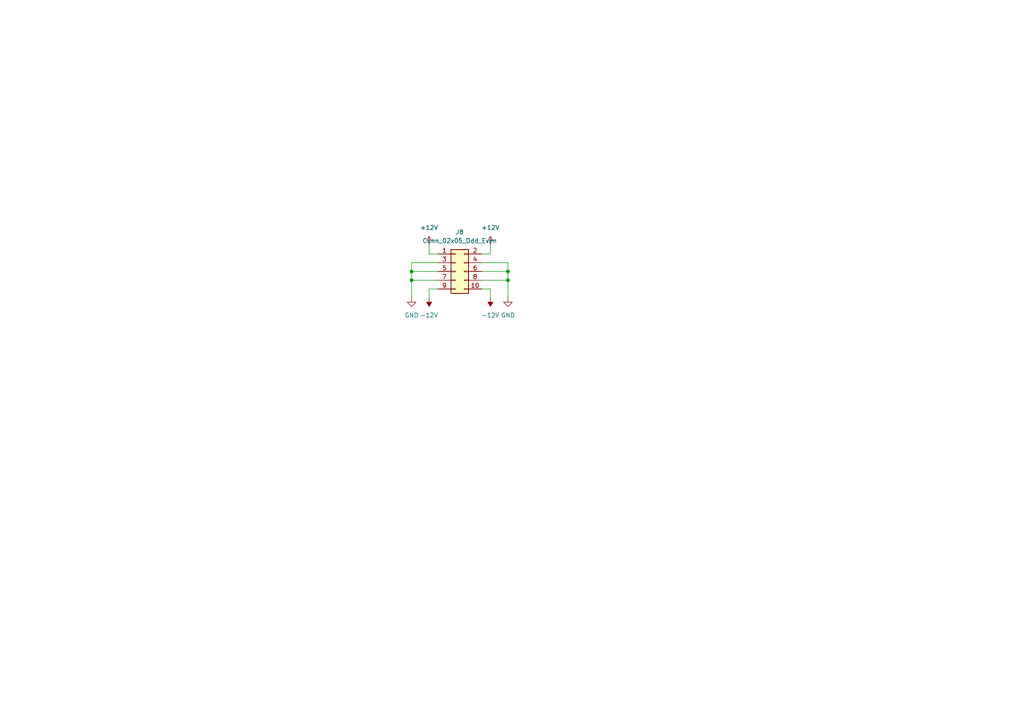
<source format=kicad_sch>
(kicad_sch (version 20230121) (generator eeschema)
  (paper "A4")
  (lib_symbols
    (symbol "Connector_Generic:Conn_02x05_Odd_Even" (pin_names (offset 1.016) hide)
      (property "Reference" "J" (at 1.27 7.62 0))
      (property "Value" "Conn_02x05_Odd_Even" (at 1.27 -7.62 0))
      (symbol "Conn_02x05_Odd_Even_1_1"
        (rectangle (start -1.27 -4.953) (end 0 -5.207) (stroke (width 0.1524)))
        (rectangle (start -1.27 -2.413) (end 0 -2.667) (stroke (width 0.1524)))
        (rectangle (start -1.27 0.127) (end 0 -0.127) (stroke (width 0.1524)))
        (rectangle (start -1.27 2.667) (end 0 2.413) (stroke (width 0.1524)))
        (rectangle (start -1.27 5.207) (end 0 4.953) (stroke (width 0.1524)))
        (rectangle (start -1.27 6.35) (end 3.81 -6.35) (stroke (width 0.254)) (fill (type background)))
        (rectangle (start 3.81 -4.953) (end 2.54 -5.207) (stroke (width 0.1524)))
        (rectangle (start 3.81 -2.413) (end 2.54 -2.667) (stroke (width 0.1524)))
        (rectangle (start 3.81 0.127) (end 2.54 -0.127) (stroke (width 0.1524)))
        (rectangle (start 3.81 2.667) (end 2.54 2.413) (stroke (width 0.1524)))
        (rectangle (start 3.81 5.207) (end 2.54 4.953) (stroke (width 0.1524)))
        (pin passive line (at -5.08 5.08 0) (length 3.81) (name "Pin_1") (number "1"))
        (pin passive line (at 7.62 -5.08 180) (length 3.81) (name "Pin_10") (number "10"))
        (pin passive line (at 7.62 5.08 180) (length 3.81) (name "Pin_2") (number "2"))
        (pin passive line (at -5.08 2.54 0) (length 3.81) (name "Pin_3") (number "3"))
        (pin passive line (at 7.62 2.54 180) (length 3.81) (name "Pin_4") (number "4"))
        (pin passive line (at -5.08 0 0) (length 3.81) (name "Pin_5") (number "5"))
        (pin passive line (at 7.62 0 180) (length 3.81) (name "Pin_6") (number "6"))
        (pin passive line (at -5.08 -2.54 0) (length 3.81) (name "Pin_7") (number "7"))
        (pin passive line (at 7.62 -2.54 180) (length 3.81) (name "Pin_8") (number "8"))
        (pin passive line (at -5.08 -5.08 0) (length 3.81) (name "Pin_9") (number "9"))
      )
    )
    (symbol "power:+12V" (power) (pin_names (offset 0))
      (property "Value" "+12V" (at 0 3.556 0))
      (symbol "+12V_0_1"
        (polyline (pts (xy -0.762 1.27) (xy 0 2.54)))
        (polyline (pts (xy 0 0) (xy 0 2.54)))
        (polyline (pts (xy 0 2.54) (xy 0.762 1.27)))
      )
      (symbol "+12V_1_1"
        (pin power_in line (at 0 0 90) (length 0) hide (name "+12V") (number "1"))
      )
    )
    (symbol "power:-12V" (power) (pin_names (offset 0))
      (property "Value" "-12V" (at 0 3.81 0))
      (symbol "-12V_0_0"
        (pin power_in line (at 0 0 90) (length 0) hide (name "-12V") (number "1"))
      )
      (symbol "-12V_0_1"
        (polyline (pts (xy 0 0) (xy 0 1.27) (xy 0.762 1.27) (xy 0 2.54) (xy -0.762 1.27) (xy 0 1.27)) (fill (type outline)))
      )
    )
    (symbol "power:GND" (power) (pin_names (offset 0))
      (property "Value" "GND" (at 0 -3.81 0))
      (symbol "GND_0_1"
        (polyline (pts (xy 0 0) (xy 0 -1.27) (xy 1.27 -1.27) (xy 0 -2.54) (xy -1.27 -1.27) (xy 0 -1.27)))
      )
      (symbol "GND_1_1"
        (pin power_in line (at 0 0 270) (length 0) hide (name "GND") (number "1"))
      )
    )
  )
  (junction (at 119.38 81.28))
  (junction (at 119.38 78.74))
  (junction (at 147.32 81.28))
  (junction (at 147.32 78.74))
  (wire (pts (xy 142.24 83.82) (xy 142.24 86.36)))
  (wire (pts (xy 127 73.66) (xy 124.46 73.66)))
  (wire (pts (xy 119.38 78.74) (xy 119.38 81.28)))
  (wire (pts (xy 119.38 81.28) (xy 127 81.28)))
  (wire (pts (xy 119.38 78.74) (xy 127 78.74)))
  (wire (pts (xy 139.7 83.82) (xy 142.24 83.82)))
  (wire (pts (xy 139.7 73.66) (xy 142.24 73.66)))
  (wire (pts (xy 119.38 76.2) (xy 119.38 78.74)))
  (wire (pts (xy 127 76.2) (xy 119.38 76.2)))
  (wire (pts (xy 124.46 83.82) (xy 124.46 86.36)))
  (wire (pts (xy 119.38 81.28) (xy 119.38 86.36)))
  (wire (pts (xy 124.46 83.82) (xy 127 83.82)))
  (wire (pts (xy 147.32 81.28) (xy 147.32 86.36)))
  (wire (pts (xy 147.32 76.2) (xy 147.32 78.74)))
  (wire (pts (xy 124.46 73.66) (xy 124.46 71.12)))
  (wire (pts (xy 147.32 78.74) (xy 147.32 81.28)))
  (wire (pts (xy 139.7 76.2) (xy 147.32 76.2)))
  (wire (pts (xy 142.24 73.66) (xy 142.24 71.12)))
  (wire (pts (xy 139.7 81.28) (xy 147.32 81.28)))
  (wire (pts (xy 139.7 78.74) (xy 147.32 78.74)))
  (symbol (lib_id "power:-12V") (at 142.24 86.36 180) (unit 1)
    (property "Reference" "#PWR014" (effects hide))
    (property "Value" "-12V" (at 142.24 91.44 0))
    (instances (project "power" (path "" (reference "#PWR014") (unit 1)) (path "" (reference "#PWR020") (unit 1)) (path "" (reference "#PWR026") (unit 1)) (path "" (reference "#PWR08") (unit 1)) (path "" (reference "#PWR032") (unit 1)) (path "" (reference "#PWR038") (unit 1)) (path "" (reference "#PWR044") (unit 1)) (path "" (reference "#PWR050") (unit 1)) (path "" (reference "#PWR056") (unit 1)) (path "" (reference "#PWR062") (unit 1))))
  )
  (symbol (lib_id "power:+12V") (at 124.46 71.12 0) (unit 1)
    (property "Reference" "#PWR011" (effects hide))
    (property "Value" "+12V" (at 124.46 66.04 0))
    (instances (project "power" (path "" (reference "#PWR011") (unit 1)) (path "" (reference "#PWR017") (unit 1)) (path "" (reference "#PWR023") (unit 1)) (path "" (reference "#PWR05") (unit 1)) (path "" (reference "#PWR029") (unit 1)) (path "" (reference "#PWR035") (unit 1)) (path "" (reference "#PWR041") (unit 1)) (path "" (reference "#PWR047") (unit 1)) (path "" (reference "#PWR053") (unit 1)) (path "" (reference "#PWR059") (unit 1))))
  )
  (symbol (lib_id "power:-12V") (at 124.46 86.36 180) (unit 1)
    (property "Reference" "#PWR012" (effects hide))
    (property "Value" "-12V" (at 124.46 91.44 0))
    (instances (project "power" (path "" (reference "#PWR012") (unit 1)) (path "" (reference "#PWR018") (unit 1)) (path "" (reference "#PWR024") (unit 1)) (path "" (reference "#PWR06") (unit 1)) (path "" (reference "#PWR030") (unit 1)) (path "" (reference "#PWR036") (unit 1)) (path "" (reference "#PWR042") (unit 1)) (path "" (reference "#PWR048") (unit 1)) (path "" (reference "#PWR054") (unit 1)) (path "" (reference "#PWR060") (unit 1))))
  )
  (symbol (lib_id "power:GND") (at 147.32 86.36 0) (unit 1)
    (property "Reference" "#PWR015" (effects hide))
    (property "Value" "GND" (at 147.32 91.44 0))
    (instances (project "power" (path "" (reference "#PWR015") (unit 1)) (path "" (reference "#PWR021") (unit 1)) (path "" (reference "#PWR027") (unit 1)) (path "" (reference "#PWR09") (unit 1)) (path "" (reference "#PWR033") (unit 1)) (path "" (reference "#PWR039") (unit 1)) (path "" (reference "#PWR045") (unit 1)) (path "" (reference "#PWR051") (unit 1)) (path "" (reference "#PWR057") (unit 1)) (path "" (reference "#PWR063") (unit 1))))
  )
  (symbol (lib_id "power:GND") (at 119.38 86.36 0) (unit 1)
    (property "Reference" "#PWR010" (effects hide))
    (property "Value" "GND" (at 119.38 91.44 0))
    (instances (project "power" (path "" (reference "#PWR010") (unit 1)) (path "" (reference "#PWR016") (unit 1)) (path "" (reference "#PWR022") (unit 1)) (path "" (reference "#PWR04") (unit 1)) (path "" (reference "#PWR028") (unit 1)) (path "" (reference "#PWR034") (unit 1)) (path "" (reference "#PWR040") (unit 1)) (path "" (reference "#PWR046") (unit 1)) (path "" (reference "#PWR052") (unit 1)) (path "" (reference "#PWR058") (unit 1))))
  )
  (symbol (lib_id "power:+12V") (at 142.24 71.12 0) (unit 1)
    (property "Reference" "#PWR013" (effects hide))
    (property "Value" "+12V" (at 142.24 66.04 0))
    (instances (project "power" (path "" (reference "#PWR013") (unit 1)) (path "" (reference "#PWR019") (unit 1)) (path "" (reference "#PWR025") (unit 1)) (path "" (reference "#PWR07") (unit 1)) (path "" (reference "#PWR031") (unit 1)) (path "" (reference "#PWR037") (unit 1)) (path "" (reference "#PWR043") (unit 1)) (path "" (reference "#PWR049") (unit 1)) (path "" (reference "#PWR055") (unit 1)) (path "" (reference "#PWR061") (unit 1))))
  )
  (symbol (lib_id "Connector_Generic:Conn_02x05_Odd_Even") (at 132.08 78.74 0) (unit 1)
    (property "Reference" "J8" (at 133.35 67.31 0))
    (property "Value" "Conn_02x05_Odd_Even" (at 133.35 69.85 0))
    (property "Footprint" "Connector_IDC:IDC-Header_2x05_P2.54mm_Vertical" (effects hide))
    (instances (project "power" (path "" (reference "J8") (unit 1)) (path "" (reference "J9") (unit 1)) (path "" (reference "J10") (unit 1)) (path "" (reference "J7") (unit 1)) (path "" (reference "J11") (unit 1)) (path "" (reference "J12") (unit 1)) (path "" (reference "J13") (unit 1)) (path "" (reference "J14") (unit 1)) (path "" (reference "J15") (unit 1)) (path "" (reference "J16") (unit 1))))
  )
)
</source>
